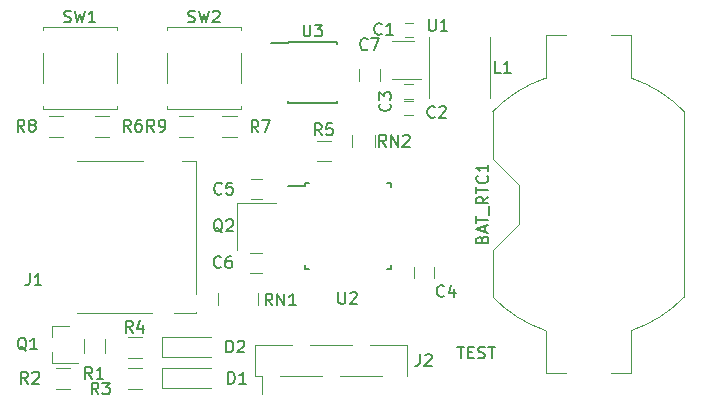
<source format=gto>
G04 #@! TF.FileFunction,Legend,Top*
%FSLAX46Y46*%
G04 Gerber Fmt 4.6, Leading zero omitted, Abs format (unit mm)*
G04 Created by KiCad (PCBNEW 4.0.7) date 02/28/18 21:52:48*
%MOMM*%
%LPD*%
G01*
G04 APERTURE LIST*
%ADD10C,0.100000*%
%ADD11C,0.120000*%
%ADD12C,0.150000*%
G04 APERTURE END LIST*
D10*
D11*
X150231811Y-91925830D02*
G75*
G02X154733600Y-89079200I8111789J-7845370D01*
G01*
X166455389Y-107616570D02*
G75*
G02X161953600Y-110463200I-8111789J7845370D01*
G01*
X150231811Y-107616570D02*
G75*
G03X154733600Y-110463200I8111789J7845370D01*
G01*
X166455389Y-91925830D02*
G75*
G03X161953600Y-89079200I-8111789J-7845370D01*
G01*
X156443600Y-85461200D02*
X154733600Y-85461200D01*
X154733600Y-89079200D02*
X154733600Y-85461200D01*
X150233600Y-95911200D02*
X150233600Y-91923900D01*
X152433600Y-98111200D02*
X150233600Y-95911200D01*
X152433600Y-101431200D02*
X152433600Y-98111200D01*
X152433600Y-101431200D02*
X150233600Y-103631200D01*
X150233600Y-107618500D02*
X150233600Y-103631200D01*
X156443600Y-114081200D02*
X154733600Y-114081200D01*
X154733600Y-114081200D02*
X154733600Y-110463200D01*
X161953600Y-110463200D02*
X161953600Y-114081200D01*
X160243600Y-114081200D02*
X161953600Y-114081200D01*
X166453600Y-91923900D02*
X166453600Y-107618500D01*
X160243600Y-85461200D02*
X161953600Y-85461200D01*
X161953600Y-85461200D02*
X161953600Y-89079200D01*
X143504400Y-85588400D02*
X142804400Y-85588400D01*
X142804400Y-84388400D02*
X143504400Y-84388400D01*
X143453600Y-92243200D02*
X142753600Y-92243200D01*
X142753600Y-91043200D02*
X143453600Y-91043200D01*
X143453600Y-90820800D02*
X142753600Y-90820800D01*
X142753600Y-89620800D02*
X143453600Y-89620800D01*
X129738500Y-99338500D02*
X130738500Y-99338500D01*
X130738500Y-97638500D02*
X129738500Y-97638500D01*
X130675000Y-103925000D02*
X129675000Y-103925000D01*
X129675000Y-105625000D02*
X130675000Y-105625000D01*
X138951600Y-88349200D02*
X138951600Y-89349200D01*
X140651600Y-89349200D02*
X140651600Y-88349200D01*
X122264800Y-113653200D02*
X122264800Y-115353200D01*
X122314800Y-115353200D02*
X126364800Y-115353200D01*
X122314800Y-113653200D02*
X126364800Y-113653200D01*
X122264800Y-111011600D02*
X122264800Y-112711600D01*
X122314800Y-112711600D02*
X126364800Y-112711600D01*
X122314800Y-111011600D02*
X126364800Y-111011600D01*
X121358000Y-109004000D02*
X115058000Y-109004000D01*
X120658000Y-96134000D02*
X115058000Y-96134000D01*
X125068000Y-109004000D02*
X123258000Y-109004000D01*
X125068000Y-96134000D02*
X125068000Y-107394000D01*
X123908000Y-96134000D02*
X125068000Y-96134000D01*
X125068000Y-108894000D02*
X125068000Y-109004000D01*
X144871600Y-90738800D02*
X144871600Y-85638800D01*
X149971600Y-90738800D02*
X149971600Y-85638800D01*
X112930400Y-110078400D02*
X112930400Y-111008400D01*
X112930400Y-113238400D02*
X112930400Y-112308400D01*
X112930400Y-113238400D02*
X115090400Y-113238400D01*
X112930400Y-110078400D02*
X114390400Y-110078400D01*
X115604400Y-112360000D02*
X115604400Y-111160000D01*
X117364400Y-111160000D02*
X117364400Y-112360000D01*
X114442800Y-115383200D02*
X113242800Y-115383200D01*
X113242800Y-113623200D02*
X114442800Y-113623200D01*
X120513400Y-115383200D02*
X119313400Y-115383200D01*
X119313400Y-113623200D02*
X120513400Y-113623200D01*
X120513400Y-112741600D02*
X119313400Y-112741600D01*
X119313400Y-110981600D02*
X120513400Y-110981600D01*
X136553500Y-96130000D02*
X135353500Y-96130000D01*
X135353500Y-94370000D02*
X136553500Y-94370000D01*
X117757500Y-94034500D02*
X116557500Y-94034500D01*
X116557500Y-92274500D02*
X117757500Y-92274500D01*
X128552500Y-94034500D02*
X127352500Y-94034500D01*
X127352500Y-92274500D02*
X128552500Y-92274500D01*
X113884000Y-94034500D02*
X112684000Y-94034500D01*
X112684000Y-92274500D02*
X113884000Y-92274500D01*
X124869500Y-94034500D02*
X123669500Y-94034500D01*
X123669500Y-92274500D02*
X124869500Y-92274500D01*
X126996400Y-108297600D02*
X126996400Y-107297600D01*
X130356400Y-108297600D02*
X130356400Y-107297600D01*
X140225500Y-93924500D02*
X140225500Y-94924500D01*
X138285500Y-93924500D02*
X138285500Y-94924500D01*
X118415200Y-91439600D02*
X118415200Y-91689600D01*
X118415200Y-91689600D02*
X112115200Y-91689600D01*
X112115200Y-91689600D02*
X112115200Y-91439600D01*
X118415200Y-86939600D02*
X118415200Y-89539600D01*
X112115200Y-85039600D02*
X112115200Y-84789600D01*
X112115200Y-84789600D02*
X118415200Y-84789600D01*
X118415200Y-84789600D02*
X118415200Y-85039600D01*
X112115200Y-89539600D02*
X112115200Y-86939600D01*
X128930800Y-91439600D02*
X128930800Y-91689600D01*
X128930800Y-91689600D02*
X122630800Y-91689600D01*
X122630800Y-91689600D02*
X122630800Y-91439600D01*
X128930800Y-86939600D02*
X128930800Y-89539600D01*
X122630800Y-85039600D02*
X122630800Y-84789600D01*
X122630800Y-84789600D02*
X128930800Y-84789600D01*
X128930800Y-84789600D02*
X128930800Y-85039600D01*
X122630800Y-89539600D02*
X122630800Y-86939600D01*
X143546400Y-85918400D02*
X141746400Y-85918400D01*
X141746400Y-89138400D02*
X144196400Y-89138400D01*
D12*
X134360500Y-97975000D02*
X134360500Y-98200000D01*
X141610500Y-97975000D02*
X141610500Y-98300000D01*
X141610500Y-105225000D02*
X141610500Y-104900000D01*
X134360500Y-105225000D02*
X134360500Y-104900000D01*
X134360500Y-97975000D02*
X134685500Y-97975000D01*
X134360500Y-105225000D02*
X134685500Y-105225000D01*
X141610500Y-105225000D02*
X141285500Y-105225000D01*
X141610500Y-97975000D02*
X141285500Y-97975000D01*
X134360500Y-98200000D02*
X132935500Y-98200000D01*
X132900600Y-86020200D02*
X132900600Y-86070200D01*
X137050600Y-86020200D02*
X137050600Y-86165200D01*
X137050600Y-91170200D02*
X137050600Y-91025200D01*
X132900600Y-91170200D02*
X132900600Y-91025200D01*
X132900600Y-86020200D02*
X137050600Y-86020200D01*
X132900600Y-91170200D02*
X137050600Y-91170200D01*
X132900600Y-86070200D02*
X131500600Y-86070200D01*
D11*
X130115000Y-114334600D02*
X130115000Y-111674600D01*
X142935000Y-114334600D02*
X142935000Y-111674600D01*
X130115000Y-111674600D02*
X133225000Y-111674600D01*
X130685000Y-114334600D02*
X130685000Y-115854600D01*
X130115000Y-114334600D02*
X130685000Y-114334600D01*
X142365000Y-111674600D02*
X142935000Y-111674600D01*
X134745000Y-111674600D02*
X138305000Y-111674600D01*
X139825000Y-111674600D02*
X142935000Y-111674600D01*
X132205000Y-114334600D02*
X135765000Y-114334600D01*
X137285000Y-114334600D02*
X140845000Y-114334600D01*
X145249000Y-106037000D02*
X145249000Y-105037000D01*
X143549000Y-105037000D02*
X143549000Y-106037000D01*
X131875800Y-99625400D02*
X128575800Y-99625400D01*
X128575800Y-99625400D02*
X128575800Y-103625400D01*
D12*
X149331371Y-102747390D02*
X149378990Y-102604533D01*
X149426610Y-102556914D01*
X149521848Y-102509295D01*
X149664705Y-102509295D01*
X149759943Y-102556914D01*
X149807562Y-102604533D01*
X149855181Y-102699771D01*
X149855181Y-103080724D01*
X148855181Y-103080724D01*
X148855181Y-102747390D01*
X148902800Y-102652152D01*
X148950419Y-102604533D01*
X149045657Y-102556914D01*
X149140895Y-102556914D01*
X149236133Y-102604533D01*
X149283752Y-102652152D01*
X149331371Y-102747390D01*
X149331371Y-103080724D01*
X149569467Y-102128343D02*
X149569467Y-101652152D01*
X149855181Y-102223581D02*
X148855181Y-101890248D01*
X149855181Y-101556914D01*
X148855181Y-101366438D02*
X148855181Y-100795009D01*
X149855181Y-101080724D02*
X148855181Y-101080724D01*
X149950419Y-100699771D02*
X149950419Y-99937866D01*
X149855181Y-99128342D02*
X149378990Y-99461676D01*
X149855181Y-99699771D02*
X148855181Y-99699771D01*
X148855181Y-99318818D01*
X148902800Y-99223580D01*
X148950419Y-99175961D01*
X149045657Y-99128342D01*
X149188514Y-99128342D01*
X149283752Y-99175961D01*
X149331371Y-99223580D01*
X149378990Y-99318818D01*
X149378990Y-99699771D01*
X148855181Y-98842628D02*
X148855181Y-98271199D01*
X149855181Y-98556914D02*
X148855181Y-98556914D01*
X149759943Y-97366437D02*
X149807562Y-97414056D01*
X149855181Y-97556913D01*
X149855181Y-97652151D01*
X149807562Y-97795009D01*
X149712324Y-97890247D01*
X149617086Y-97937866D01*
X149426610Y-97985485D01*
X149283752Y-97985485D01*
X149093276Y-97937866D01*
X148998038Y-97890247D01*
X148902800Y-97795009D01*
X148855181Y-97652151D01*
X148855181Y-97556913D01*
X148902800Y-97414056D01*
X148950419Y-97366437D01*
X149855181Y-96414056D02*
X149855181Y-96985485D01*
X149855181Y-96699771D02*
X148855181Y-96699771D01*
X148998038Y-96795009D01*
X149093276Y-96890247D01*
X149140895Y-96985485D01*
X140828734Y-85320143D02*
X140781115Y-85367762D01*
X140638258Y-85415381D01*
X140543020Y-85415381D01*
X140400162Y-85367762D01*
X140304924Y-85272524D01*
X140257305Y-85177286D01*
X140209686Y-84986810D01*
X140209686Y-84843952D01*
X140257305Y-84653476D01*
X140304924Y-84558238D01*
X140400162Y-84463000D01*
X140543020Y-84415381D01*
X140638258Y-84415381D01*
X140781115Y-84463000D01*
X140828734Y-84510619D01*
X141781115Y-85415381D02*
X141209686Y-85415381D01*
X141495400Y-85415381D02*
X141495400Y-84415381D01*
X141400162Y-84558238D01*
X141304924Y-84653476D01*
X141209686Y-84701095D01*
X145324534Y-92355943D02*
X145276915Y-92403562D01*
X145134058Y-92451181D01*
X145038820Y-92451181D01*
X144895962Y-92403562D01*
X144800724Y-92308324D01*
X144753105Y-92213086D01*
X144705486Y-92022610D01*
X144705486Y-91879752D01*
X144753105Y-91689276D01*
X144800724Y-91594038D01*
X144895962Y-91498800D01*
X145038820Y-91451181D01*
X145134058Y-91451181D01*
X145276915Y-91498800D01*
X145324534Y-91546419D01*
X145705486Y-91546419D02*
X145753105Y-91498800D01*
X145848343Y-91451181D01*
X146086439Y-91451181D01*
X146181677Y-91498800D01*
X146229296Y-91546419D01*
X146276915Y-91641657D01*
X146276915Y-91736895D01*
X146229296Y-91879752D01*
X145657867Y-92451181D01*
X146276915Y-92451181D01*
X141530343Y-91251066D02*
X141577962Y-91298685D01*
X141625581Y-91441542D01*
X141625581Y-91536780D01*
X141577962Y-91679638D01*
X141482724Y-91774876D01*
X141387486Y-91822495D01*
X141197010Y-91870114D01*
X141054152Y-91870114D01*
X140863676Y-91822495D01*
X140768438Y-91774876D01*
X140673200Y-91679638D01*
X140625581Y-91536780D01*
X140625581Y-91441542D01*
X140673200Y-91298685D01*
X140720819Y-91251066D01*
X140625581Y-90917733D02*
X140625581Y-90298685D01*
X141006533Y-90632019D01*
X141006533Y-90489161D01*
X141054152Y-90393923D01*
X141101771Y-90346304D01*
X141197010Y-90298685D01*
X141435105Y-90298685D01*
X141530343Y-90346304D01*
X141577962Y-90393923D01*
X141625581Y-90489161D01*
X141625581Y-90774876D01*
X141577962Y-90870114D01*
X141530343Y-90917733D01*
X127277834Y-98845643D02*
X127230215Y-98893262D01*
X127087358Y-98940881D01*
X126992120Y-98940881D01*
X126849262Y-98893262D01*
X126754024Y-98798024D01*
X126706405Y-98702786D01*
X126658786Y-98512310D01*
X126658786Y-98369452D01*
X126706405Y-98178976D01*
X126754024Y-98083738D01*
X126849262Y-97988500D01*
X126992120Y-97940881D01*
X127087358Y-97940881D01*
X127230215Y-97988500D01*
X127277834Y-98036119D01*
X128182596Y-97940881D02*
X127706405Y-97940881D01*
X127658786Y-98417071D01*
X127706405Y-98369452D01*
X127801643Y-98321833D01*
X128039739Y-98321833D01*
X128134977Y-98369452D01*
X128182596Y-98417071D01*
X128230215Y-98512310D01*
X128230215Y-98750405D01*
X128182596Y-98845643D01*
X128134977Y-98893262D01*
X128039739Y-98940881D01*
X127801643Y-98940881D01*
X127706405Y-98893262D01*
X127658786Y-98845643D01*
X127214334Y-105068643D02*
X127166715Y-105116262D01*
X127023858Y-105163881D01*
X126928620Y-105163881D01*
X126785762Y-105116262D01*
X126690524Y-105021024D01*
X126642905Y-104925786D01*
X126595286Y-104735310D01*
X126595286Y-104592452D01*
X126642905Y-104401976D01*
X126690524Y-104306738D01*
X126785762Y-104211500D01*
X126928620Y-104163881D01*
X127023858Y-104163881D01*
X127166715Y-104211500D01*
X127214334Y-104259119D01*
X128071477Y-104163881D02*
X127881000Y-104163881D01*
X127785762Y-104211500D01*
X127738143Y-104259119D01*
X127642905Y-104401976D01*
X127595286Y-104592452D01*
X127595286Y-104973405D01*
X127642905Y-105068643D01*
X127690524Y-105116262D01*
X127785762Y-105163881D01*
X127976239Y-105163881D01*
X128071477Y-105116262D01*
X128119096Y-105068643D01*
X128166715Y-104973405D01*
X128166715Y-104735310D01*
X128119096Y-104640071D01*
X128071477Y-104592452D01*
X127976239Y-104544833D01*
X127785762Y-104544833D01*
X127690524Y-104592452D01*
X127642905Y-104640071D01*
X127595286Y-104735310D01*
X139634934Y-86615543D02*
X139587315Y-86663162D01*
X139444458Y-86710781D01*
X139349220Y-86710781D01*
X139206362Y-86663162D01*
X139111124Y-86567924D01*
X139063505Y-86472686D01*
X139015886Y-86282210D01*
X139015886Y-86139352D01*
X139063505Y-85948876D01*
X139111124Y-85853638D01*
X139206362Y-85758400D01*
X139349220Y-85710781D01*
X139444458Y-85710781D01*
X139587315Y-85758400D01*
X139634934Y-85806019D01*
X139968267Y-85710781D02*
X140634934Y-85710781D01*
X140206362Y-86710781D01*
X127836705Y-114955581D02*
X127836705Y-113955581D01*
X128074800Y-113955581D01*
X128217658Y-114003200D01*
X128312896Y-114098438D01*
X128360515Y-114193676D01*
X128408134Y-114384152D01*
X128408134Y-114527010D01*
X128360515Y-114717486D01*
X128312896Y-114812724D01*
X128217658Y-114907962D01*
X128074800Y-114955581D01*
X127836705Y-114955581D01*
X129360515Y-114955581D02*
X128789086Y-114955581D01*
X129074800Y-114955581D02*
X129074800Y-113955581D01*
X128979562Y-114098438D01*
X128884324Y-114193676D01*
X128789086Y-114241295D01*
X127684305Y-112313981D02*
X127684305Y-111313981D01*
X127922400Y-111313981D01*
X128065258Y-111361600D01*
X128160496Y-111456838D01*
X128208115Y-111552076D01*
X128255734Y-111742552D01*
X128255734Y-111885410D01*
X128208115Y-112075886D01*
X128160496Y-112171124D01*
X128065258Y-112266362D01*
X127922400Y-112313981D01*
X127684305Y-112313981D01*
X128636686Y-111409219D02*
X128684305Y-111361600D01*
X128779543Y-111313981D01*
X129017639Y-111313981D01*
X129112877Y-111361600D01*
X129160496Y-111409219D01*
X129208115Y-111504457D01*
X129208115Y-111599695D01*
X129160496Y-111742552D01*
X128589067Y-112313981D01*
X129208115Y-112313981D01*
X111020267Y-105624381D02*
X111020267Y-106338667D01*
X110972647Y-106481524D01*
X110877409Y-106576762D01*
X110734552Y-106624381D01*
X110639314Y-106624381D01*
X112020267Y-106624381D02*
X111448838Y-106624381D01*
X111734552Y-106624381D02*
X111734552Y-105624381D01*
X111639314Y-105767238D01*
X111544076Y-105862476D01*
X111448838Y-105910095D01*
X150912534Y-88641181D02*
X150436343Y-88641181D01*
X150436343Y-87641181D01*
X151769677Y-88641181D02*
X151198248Y-88641181D01*
X151483962Y-88641181D02*
X151483962Y-87641181D01*
X151388724Y-87784038D01*
X151293486Y-87879276D01*
X151198248Y-87926895D01*
X110750362Y-112155219D02*
X110655124Y-112107600D01*
X110559886Y-112012362D01*
X110417029Y-111869505D01*
X110321790Y-111821886D01*
X110226552Y-111821886D01*
X110274171Y-112059981D02*
X110178933Y-112012362D01*
X110083695Y-111917124D01*
X110036076Y-111726648D01*
X110036076Y-111393314D01*
X110083695Y-111202838D01*
X110178933Y-111107600D01*
X110274171Y-111059981D01*
X110464648Y-111059981D01*
X110559886Y-111107600D01*
X110655124Y-111202838D01*
X110702743Y-111393314D01*
X110702743Y-111726648D01*
X110655124Y-111917124D01*
X110559886Y-112012362D01*
X110464648Y-112059981D01*
X110274171Y-112059981D01*
X111655124Y-112059981D02*
X111083695Y-112059981D01*
X111369409Y-112059981D02*
X111369409Y-111059981D01*
X111274171Y-111202838D01*
X111178933Y-111298076D01*
X111083695Y-111345695D01*
X116317734Y-114549181D02*
X115984400Y-114072990D01*
X115746305Y-114549181D02*
X115746305Y-113549181D01*
X116127258Y-113549181D01*
X116222496Y-113596800D01*
X116270115Y-113644419D01*
X116317734Y-113739657D01*
X116317734Y-113882514D01*
X116270115Y-113977752D01*
X116222496Y-114025371D01*
X116127258Y-114072990D01*
X115746305Y-114072990D01*
X117270115Y-114549181D02*
X116698686Y-114549181D01*
X116984400Y-114549181D02*
X116984400Y-113549181D01*
X116889162Y-113692038D01*
X116793924Y-113787276D01*
X116698686Y-113834895D01*
X110882134Y-114955581D02*
X110548800Y-114479390D01*
X110310705Y-114955581D02*
X110310705Y-113955581D01*
X110691658Y-113955581D01*
X110786896Y-114003200D01*
X110834515Y-114050819D01*
X110882134Y-114146057D01*
X110882134Y-114288914D01*
X110834515Y-114384152D01*
X110786896Y-114431771D01*
X110691658Y-114479390D01*
X110310705Y-114479390D01*
X111263086Y-114050819D02*
X111310705Y-114003200D01*
X111405943Y-113955581D01*
X111644039Y-113955581D01*
X111739277Y-114003200D01*
X111786896Y-114050819D01*
X111834515Y-114146057D01*
X111834515Y-114241295D01*
X111786896Y-114384152D01*
X111215467Y-114955581D01*
X111834515Y-114955581D01*
X116851134Y-115869981D02*
X116517800Y-115393790D01*
X116279705Y-115869981D02*
X116279705Y-114869981D01*
X116660658Y-114869981D01*
X116755896Y-114917600D01*
X116803515Y-114965219D01*
X116851134Y-115060457D01*
X116851134Y-115203314D01*
X116803515Y-115298552D01*
X116755896Y-115346171D01*
X116660658Y-115393790D01*
X116279705Y-115393790D01*
X117184467Y-114869981D02*
X117803515Y-114869981D01*
X117470181Y-115250933D01*
X117613039Y-115250933D01*
X117708277Y-115298552D01*
X117755896Y-115346171D01*
X117803515Y-115441410D01*
X117803515Y-115679505D01*
X117755896Y-115774743D01*
X117708277Y-115822362D01*
X117613039Y-115869981D01*
X117327324Y-115869981D01*
X117232086Y-115822362D01*
X117184467Y-115774743D01*
X119746734Y-110637581D02*
X119413400Y-110161390D01*
X119175305Y-110637581D02*
X119175305Y-109637581D01*
X119556258Y-109637581D01*
X119651496Y-109685200D01*
X119699115Y-109732819D01*
X119746734Y-109828057D01*
X119746734Y-109970914D01*
X119699115Y-110066152D01*
X119651496Y-110113771D01*
X119556258Y-110161390D01*
X119175305Y-110161390D01*
X120603877Y-109970914D02*
X120603877Y-110637581D01*
X120365781Y-109589962D02*
X120127686Y-110304248D01*
X120746734Y-110304248D01*
X135736034Y-93924381D02*
X135402700Y-93448190D01*
X135164605Y-93924381D02*
X135164605Y-92924381D01*
X135545558Y-92924381D01*
X135640796Y-92972000D01*
X135688415Y-93019619D01*
X135736034Y-93114857D01*
X135736034Y-93257714D01*
X135688415Y-93352952D01*
X135640796Y-93400571D01*
X135545558Y-93448190D01*
X135164605Y-93448190D01*
X136640796Y-92924381D02*
X136164605Y-92924381D01*
X136116986Y-93400571D01*
X136164605Y-93352952D01*
X136259843Y-93305333D01*
X136497939Y-93305333D01*
X136593177Y-93352952D01*
X136640796Y-93400571D01*
X136688415Y-93495810D01*
X136688415Y-93733905D01*
X136640796Y-93829143D01*
X136593177Y-93876762D01*
X136497939Y-93924381D01*
X136259843Y-93924381D01*
X136164605Y-93876762D01*
X136116986Y-93829143D01*
X119581634Y-93606881D02*
X119248300Y-93130690D01*
X119010205Y-93606881D02*
X119010205Y-92606881D01*
X119391158Y-92606881D01*
X119486396Y-92654500D01*
X119534015Y-92702119D01*
X119581634Y-92797357D01*
X119581634Y-92940214D01*
X119534015Y-93035452D01*
X119486396Y-93083071D01*
X119391158Y-93130690D01*
X119010205Y-93130690D01*
X120438777Y-92606881D02*
X120248300Y-92606881D01*
X120153062Y-92654500D01*
X120105443Y-92702119D01*
X120010205Y-92844976D01*
X119962586Y-93035452D01*
X119962586Y-93416405D01*
X120010205Y-93511643D01*
X120057824Y-93559262D01*
X120153062Y-93606881D01*
X120343539Y-93606881D01*
X120438777Y-93559262D01*
X120486396Y-93511643D01*
X120534015Y-93416405D01*
X120534015Y-93178310D01*
X120486396Y-93083071D01*
X120438777Y-93035452D01*
X120343539Y-92987833D01*
X120153062Y-92987833D01*
X120057824Y-93035452D01*
X120010205Y-93083071D01*
X119962586Y-93178310D01*
X130389334Y-93670381D02*
X130056000Y-93194190D01*
X129817905Y-93670381D02*
X129817905Y-92670381D01*
X130198858Y-92670381D01*
X130294096Y-92718000D01*
X130341715Y-92765619D01*
X130389334Y-92860857D01*
X130389334Y-93003714D01*
X130341715Y-93098952D01*
X130294096Y-93146571D01*
X130198858Y-93194190D01*
X129817905Y-93194190D01*
X130722667Y-92670381D02*
X131389334Y-92670381D01*
X130960762Y-93670381D01*
X110577334Y-93606881D02*
X110244000Y-93130690D01*
X110005905Y-93606881D02*
X110005905Y-92606881D01*
X110386858Y-92606881D01*
X110482096Y-92654500D01*
X110529715Y-92702119D01*
X110577334Y-92797357D01*
X110577334Y-92940214D01*
X110529715Y-93035452D01*
X110482096Y-93083071D01*
X110386858Y-93130690D01*
X110005905Y-93130690D01*
X111148762Y-93035452D02*
X111053524Y-92987833D01*
X111005905Y-92940214D01*
X110958286Y-92844976D01*
X110958286Y-92797357D01*
X111005905Y-92702119D01*
X111053524Y-92654500D01*
X111148762Y-92606881D01*
X111339239Y-92606881D01*
X111434477Y-92654500D01*
X111482096Y-92702119D01*
X111529715Y-92797357D01*
X111529715Y-92844976D01*
X111482096Y-92940214D01*
X111434477Y-92987833D01*
X111339239Y-93035452D01*
X111148762Y-93035452D01*
X111053524Y-93083071D01*
X111005905Y-93130690D01*
X110958286Y-93225929D01*
X110958286Y-93416405D01*
X111005905Y-93511643D01*
X111053524Y-93559262D01*
X111148762Y-93606881D01*
X111339239Y-93606881D01*
X111434477Y-93559262D01*
X111482096Y-93511643D01*
X111529715Y-93416405D01*
X111529715Y-93225929D01*
X111482096Y-93130690D01*
X111434477Y-93083071D01*
X111339239Y-93035452D01*
X121562834Y-93606881D02*
X121229500Y-93130690D01*
X120991405Y-93606881D02*
X120991405Y-92606881D01*
X121372358Y-92606881D01*
X121467596Y-92654500D01*
X121515215Y-92702119D01*
X121562834Y-92797357D01*
X121562834Y-92940214D01*
X121515215Y-93035452D01*
X121467596Y-93083071D01*
X121372358Y-93130690D01*
X120991405Y-93130690D01*
X122039024Y-93606881D02*
X122229500Y-93606881D01*
X122324739Y-93559262D01*
X122372358Y-93511643D01*
X122467596Y-93368786D01*
X122515215Y-93178310D01*
X122515215Y-92797357D01*
X122467596Y-92702119D01*
X122419977Y-92654500D01*
X122324739Y-92606881D01*
X122134262Y-92606881D01*
X122039024Y-92654500D01*
X121991405Y-92702119D01*
X121943786Y-92797357D01*
X121943786Y-93035452D01*
X121991405Y-93130690D01*
X122039024Y-93178310D01*
X122134262Y-93225929D01*
X122324739Y-93225929D01*
X122419977Y-93178310D01*
X122467596Y-93130690D01*
X122515215Y-93035452D01*
X131567324Y-108326181D02*
X131233990Y-107849990D01*
X130995895Y-108326181D02*
X130995895Y-107326181D01*
X131376848Y-107326181D01*
X131472086Y-107373800D01*
X131519705Y-107421419D01*
X131567324Y-107516657D01*
X131567324Y-107659514D01*
X131519705Y-107754752D01*
X131472086Y-107802371D01*
X131376848Y-107849990D01*
X130995895Y-107849990D01*
X131995895Y-108326181D02*
X131995895Y-107326181D01*
X132567324Y-108326181D01*
X132567324Y-107326181D01*
X133567324Y-108326181D02*
X132995895Y-108326181D01*
X133281609Y-108326181D02*
X133281609Y-107326181D01*
X133186371Y-107469038D01*
X133091133Y-107564276D01*
X132995895Y-107611895D01*
X141206624Y-94876881D02*
X140873290Y-94400690D01*
X140635195Y-94876881D02*
X140635195Y-93876881D01*
X141016148Y-93876881D01*
X141111386Y-93924500D01*
X141159005Y-93972119D01*
X141206624Y-94067357D01*
X141206624Y-94210214D01*
X141159005Y-94305452D01*
X141111386Y-94353071D01*
X141016148Y-94400690D01*
X140635195Y-94400690D01*
X141635195Y-94876881D02*
X141635195Y-93876881D01*
X142206624Y-94876881D01*
X142206624Y-93876881D01*
X142635195Y-93972119D02*
X142682814Y-93924500D01*
X142778052Y-93876881D01*
X143016148Y-93876881D01*
X143111386Y-93924500D01*
X143159005Y-93972119D01*
X143206624Y-94067357D01*
X143206624Y-94162595D01*
X143159005Y-94305452D01*
X142587576Y-94876881D01*
X143206624Y-94876881D01*
X113931867Y-84326362D02*
X114074724Y-84373981D01*
X114312820Y-84373981D01*
X114408058Y-84326362D01*
X114455677Y-84278743D01*
X114503296Y-84183505D01*
X114503296Y-84088267D01*
X114455677Y-83993029D01*
X114408058Y-83945410D01*
X114312820Y-83897790D01*
X114122343Y-83850171D01*
X114027105Y-83802552D01*
X113979486Y-83754933D01*
X113931867Y-83659695D01*
X113931867Y-83564457D01*
X113979486Y-83469219D01*
X114027105Y-83421600D01*
X114122343Y-83373981D01*
X114360439Y-83373981D01*
X114503296Y-83421600D01*
X114836629Y-83373981D02*
X115074724Y-84373981D01*
X115265201Y-83659695D01*
X115455677Y-84373981D01*
X115693772Y-83373981D01*
X116598534Y-84373981D02*
X116027105Y-84373981D01*
X116312819Y-84373981D02*
X116312819Y-83373981D01*
X116217581Y-83516838D01*
X116122343Y-83612076D01*
X116027105Y-83659695D01*
X124447467Y-84326362D02*
X124590324Y-84373981D01*
X124828420Y-84373981D01*
X124923658Y-84326362D01*
X124971277Y-84278743D01*
X125018896Y-84183505D01*
X125018896Y-84088267D01*
X124971277Y-83993029D01*
X124923658Y-83945410D01*
X124828420Y-83897790D01*
X124637943Y-83850171D01*
X124542705Y-83802552D01*
X124495086Y-83754933D01*
X124447467Y-83659695D01*
X124447467Y-83564457D01*
X124495086Y-83469219D01*
X124542705Y-83421600D01*
X124637943Y-83373981D01*
X124876039Y-83373981D01*
X125018896Y-83421600D01*
X125352229Y-83373981D02*
X125590324Y-84373981D01*
X125780801Y-83659695D01*
X125971277Y-84373981D01*
X126209372Y-83373981D01*
X126542705Y-83469219D02*
X126590324Y-83421600D01*
X126685562Y-83373981D01*
X126923658Y-83373981D01*
X127018896Y-83421600D01*
X127066515Y-83469219D01*
X127114134Y-83564457D01*
X127114134Y-83659695D01*
X127066515Y-83802552D01*
X126495086Y-84373981D01*
X127114134Y-84373981D01*
X144830895Y-84085181D02*
X144830895Y-84894705D01*
X144878514Y-84989943D01*
X144926133Y-85037562D01*
X145021371Y-85085181D01*
X145211848Y-85085181D01*
X145307086Y-85037562D01*
X145354705Y-84989943D01*
X145402324Y-84894705D01*
X145402324Y-84085181D01*
X146402324Y-85085181D02*
X145830895Y-85085181D01*
X146116609Y-85085181D02*
X146116609Y-84085181D01*
X146021371Y-84228038D01*
X145926133Y-84323276D01*
X145830895Y-84370895D01*
X137172795Y-107199181D02*
X137172795Y-108008705D01*
X137220414Y-108103943D01*
X137268033Y-108151562D01*
X137363271Y-108199181D01*
X137553748Y-108199181D01*
X137648986Y-108151562D01*
X137696605Y-108103943D01*
X137744224Y-108008705D01*
X137744224Y-107199181D01*
X138172795Y-107294419D02*
X138220414Y-107246800D01*
X138315652Y-107199181D01*
X138553748Y-107199181D01*
X138648986Y-107246800D01*
X138696605Y-107294419D01*
X138744224Y-107389657D01*
X138744224Y-107484895D01*
X138696605Y-107627752D01*
X138125176Y-108199181D01*
X138744224Y-108199181D01*
X134213695Y-84547581D02*
X134213695Y-85357105D01*
X134261314Y-85452343D01*
X134308933Y-85499962D01*
X134404171Y-85547581D01*
X134594648Y-85547581D01*
X134689886Y-85499962D01*
X134737505Y-85452343D01*
X134785124Y-85357105D01*
X134785124Y-84547581D01*
X135166076Y-84547581D02*
X135785124Y-84547581D01*
X135451790Y-84928533D01*
X135594648Y-84928533D01*
X135689886Y-84976152D01*
X135737505Y-85023771D01*
X135785124Y-85119010D01*
X135785124Y-85357105D01*
X135737505Y-85452343D01*
X135689886Y-85499962D01*
X135594648Y-85547581D01*
X135308933Y-85547581D01*
X135213695Y-85499962D01*
X135166076Y-85452343D01*
X144065667Y-112456981D02*
X144065667Y-113171267D01*
X144018047Y-113314124D01*
X143922809Y-113409362D01*
X143779952Y-113456981D01*
X143684714Y-113456981D01*
X144494238Y-112552219D02*
X144541857Y-112504600D01*
X144637095Y-112456981D01*
X144875191Y-112456981D01*
X144970429Y-112504600D01*
X145018048Y-112552219D01*
X145065667Y-112647457D01*
X145065667Y-112742695D01*
X145018048Y-112885552D01*
X144446619Y-113456981D01*
X145065667Y-113456981D01*
X146111934Y-107519743D02*
X146064315Y-107567362D01*
X145921458Y-107614981D01*
X145826220Y-107614981D01*
X145683362Y-107567362D01*
X145588124Y-107472124D01*
X145540505Y-107376886D01*
X145492886Y-107186410D01*
X145492886Y-107043552D01*
X145540505Y-106853076D01*
X145588124Y-106757838D01*
X145683362Y-106662600D01*
X145826220Y-106614981D01*
X145921458Y-106614981D01*
X146064315Y-106662600D01*
X146111934Y-106710219D01*
X146969077Y-106948314D02*
X146969077Y-107614981D01*
X146730981Y-106567362D02*
X146492886Y-107281648D01*
X147111934Y-107281648D01*
X127349262Y-102147619D02*
X127254024Y-102100000D01*
X127158786Y-102004762D01*
X127015929Y-101861905D01*
X126920690Y-101814286D01*
X126825452Y-101814286D01*
X126873071Y-102052381D02*
X126777833Y-102004762D01*
X126682595Y-101909524D01*
X126634976Y-101719048D01*
X126634976Y-101385714D01*
X126682595Y-101195238D01*
X126777833Y-101100000D01*
X126873071Y-101052381D01*
X127063548Y-101052381D01*
X127158786Y-101100000D01*
X127254024Y-101195238D01*
X127301643Y-101385714D01*
X127301643Y-101719048D01*
X127254024Y-101909524D01*
X127158786Y-102004762D01*
X127063548Y-102052381D01*
X126873071Y-102052381D01*
X127682595Y-101147619D02*
X127730214Y-101100000D01*
X127825452Y-101052381D01*
X128063548Y-101052381D01*
X128158786Y-101100000D01*
X128206405Y-101147619D01*
X128254024Y-101242857D01*
X128254024Y-101338095D01*
X128206405Y-101480952D01*
X127634976Y-102052381D01*
X128254024Y-102052381D01*
X147248762Y-111815881D02*
X147820191Y-111815881D01*
X147534476Y-112815881D02*
X147534476Y-111815881D01*
X148153524Y-112292071D02*
X148486858Y-112292071D01*
X148629715Y-112815881D02*
X148153524Y-112815881D01*
X148153524Y-111815881D01*
X148629715Y-111815881D01*
X149010667Y-112768262D02*
X149153524Y-112815881D01*
X149391620Y-112815881D01*
X149486858Y-112768262D01*
X149534477Y-112720643D01*
X149582096Y-112625405D01*
X149582096Y-112530167D01*
X149534477Y-112434929D01*
X149486858Y-112387310D01*
X149391620Y-112339690D01*
X149201143Y-112292071D01*
X149105905Y-112244452D01*
X149058286Y-112196833D01*
X149010667Y-112101595D01*
X149010667Y-112006357D01*
X149058286Y-111911119D01*
X149105905Y-111863500D01*
X149201143Y-111815881D01*
X149439239Y-111815881D01*
X149582096Y-111863500D01*
X149867810Y-111815881D02*
X150439239Y-111815881D01*
X150153524Y-112815881D02*
X150153524Y-111815881D01*
M02*

</source>
